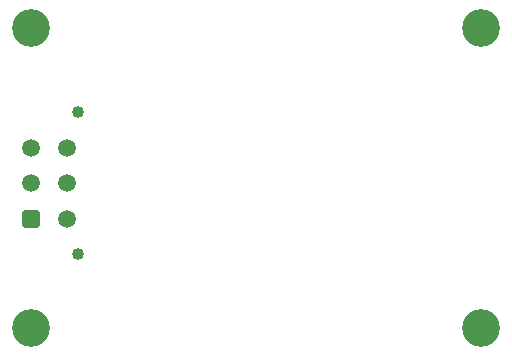
<source format=gbr>
%TF.GenerationSoftware,KiCad,Pcbnew,8.0.5*%
%TF.CreationDate,2024-09-27T19:14:55-05:00*%
%TF.ProjectId,pcb.pro,7063622e-7072-46f2-9e6b-696361645f70,rev?*%
%TF.SameCoordinates,Original*%
%TF.FileFunction,Soldermask,Bot*%
%TF.FilePolarity,Negative*%
%FSLAX46Y46*%
G04 Gerber Fmt 4.6, Leading zero omitted, Abs format (unit mm)*
G04 Created by KiCad (PCBNEW 8.0.5) date 2024-09-27 19:14:55*
%MOMM*%
%LPD*%
G01*
G04 APERTURE LIST*
G04 Aperture macros list*
%AMRoundRect*
0 Rectangle with rounded corners*
0 $1 Rounding radius*
0 $2 $3 $4 $5 $6 $7 $8 $9 X,Y pos of 4 corners*
0 Add a 4 corners polygon primitive as box body*
4,1,4,$2,$3,$4,$5,$6,$7,$8,$9,$2,$3,0*
0 Add four circle primitives for the rounded corners*
1,1,$1+$1,$2,$3*
1,1,$1+$1,$4,$5*
1,1,$1+$1,$6,$7*
1,1,$1+$1,$8,$9*
0 Add four rect primitives between the rounded corners*
20,1,$1+$1,$2,$3,$4,$5,0*
20,1,$1+$1,$4,$5,$6,$7,0*
20,1,$1+$1,$6,$7,$8,$9,0*
20,1,$1+$1,$8,$9,$2,$3,0*%
G04 Aperture macros list end*
%ADD10C,3.200000*%
%ADD11C,1.500000*%
%ADD12RoundRect,0.250001X0.499999X-0.499999X0.499999X0.499999X-0.499999X0.499999X-0.499999X-0.499999X0*%
%ADD13C,1.020000*%
G04 APERTURE END LIST*
D10*
%TO.C,REF\u002A\u002A*%
X180340000Y-93980000D03*
%TD*%
%TO.C,REF\u002A\u002A*%
X218440000Y-93980000D03*
%TD*%
%TO.C,REF\u002A\u002A*%
X218440000Y-68580000D03*
%TD*%
%TO.C,REF\u002A\u002A*%
X180340000Y-68580000D03*
%TD*%
D11*
%TO.C,J1*%
X183340000Y-78740000D03*
X183340000Y-81740000D03*
X183340000Y-84740000D03*
X180340000Y-78740000D03*
X180340000Y-81740000D03*
D12*
X180340000Y-84740000D03*
D13*
X184280000Y-75740000D03*
X184280000Y-87740000D03*
%TD*%
M02*

</source>
